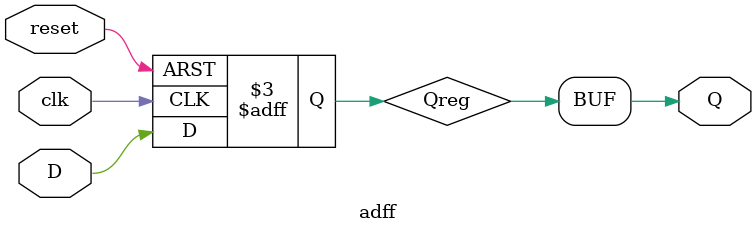
<source format=v>
`timescale 1ns / 1ps


module adff(
	input  D,
	input  clk,
	input  reset,
	output Q
);

reg Qreg;

assign Q = Qreg;

always @ (posedge(clk), posedge(reset))
begin
	if (reset == 1)
		Qreg <= 1'b0;
	else
		Qreg <= D;
end

endmodule


</source>
